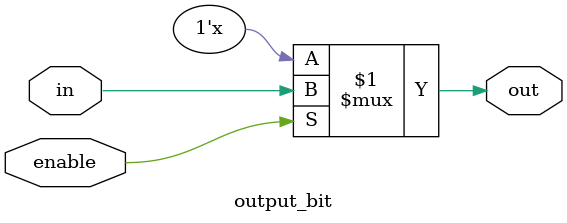
<source format=v>
`timescale 1ns / 10ps


module output_bit(
    input in,
    output out,
    input enable
    );
    //assign out = (in | !enable) ? 1'bZ : 1'b0;
    assign out = enable ? in : 1'bZ;
endmodule

</source>
